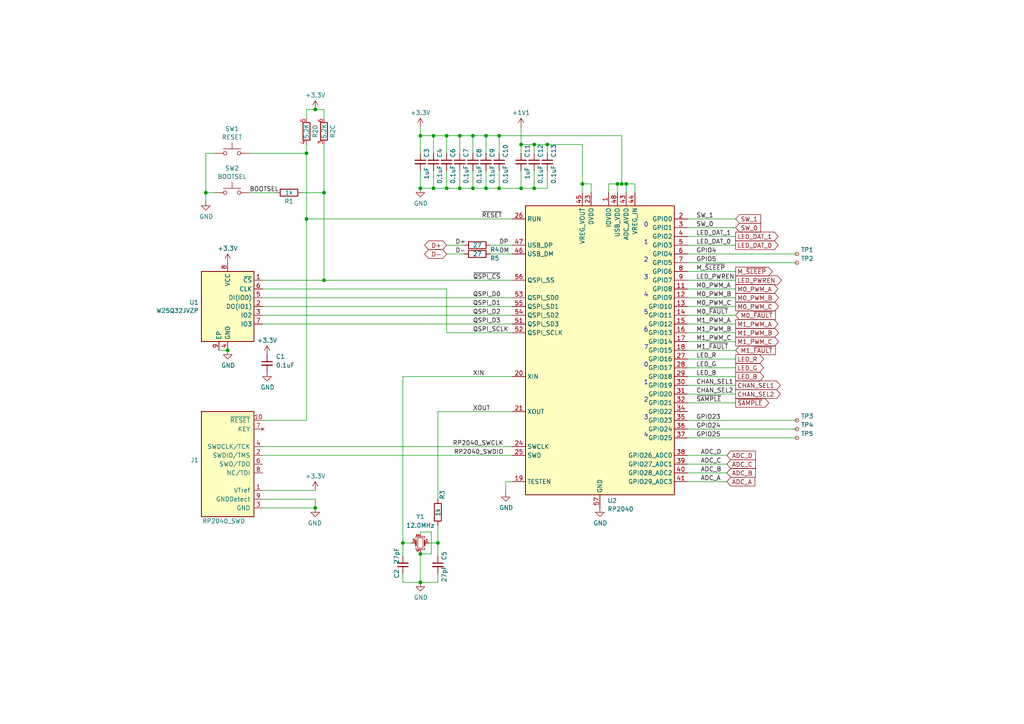
<source format=kicad_sch>
(kicad_sch (version 20230121) (generator eeschema)
  (paper "A4")
  (lib_symbols
    (symbol "Cheetah:Conn_ARM_JTAG_SWD_10" (pin_names (offset 1.016))
      (property "Reference" "J" (at -2.54 16.51 0))
      (property "Value" "Conn_ARM_JTAG_SWD_10" (at -2.54 13.97 0))
      (symbol "Conn_ARM_JTAG_SWD_10_0_1"
        (rectangle (start -10.16 12.7) (end 5.08 -17.78) (stroke (width 0.254)) (fill (type background)))
      )
      (symbol "Conn_ARM_JTAG_SWD_10_1_1"
        (pin power_in line (at -12.7 -10.16 0) (length 2.54) (name "VTref") (number "1"))
        (pin open_collector line (at -12.7 10.16 0) (length 2.54) (name "~{RESET}") (number "10"))
        (pin bidirectional line (at -12.7 0 0) (length 2.54) (name "SWDIO/TMS") (number "2"))
        (pin power_in line (at -12.7 -15.24 0) (length 2.54) (name "GND") (number "3"))
        (pin output line (at -12.7 2.54 0) (length 2.54) (name "SWDCLK/TCK") (number "4"))
        (pin passive line (at -12.7 -15.24 0) (length 2.54) hide (name "GND") (number "5"))
        (pin input line (at -12.7 -2.54 0) (length 2.54) (name "SWO/TDO") (number "6"))
        (pin no_connect line (at -12.7 7.62 0) (length 2.54) (name "KEY") (number "7"))
        (pin output line (at -12.7 -5.08 0) (length 2.54) (name "NC/TDI") (number "8"))
        (pin passive line (at -12.7 -12.7 0) (length 2.54) (name "GNDDetect") (number "9"))
      )
    )
    (symbol "Connector:TestPoint_Small" (pin_numbers hide) (pin_names (offset 0.762) hide)
      (property "Reference" "TP" (at 0 3.81 0))
      (property "Value" "TestPoint_Small" (at 0 2.032 0))
      (symbol "TestPoint_Small_0_1"
        (circle (center 0 0) (radius 0.508))
      )
      (symbol "TestPoint_Small_1_1"
        (pin passive line (at 0 0 90) (length 0) (name "1") (number "1"))
      )
    )
    (symbol "Device:C_Small" (pin_numbers hide) (pin_names (offset 0.254) hide)
      (property "Reference" "C" (at 0.254 1.778 0))
      (property "Value" "C_Small" (at 0.254 -2.032 0))
      (symbol "C_Small_0_1"
        (polyline (pts (xy -1.524 -0.508) (xy 1.524 -0.508)) (stroke (width 0.3302)))
        (polyline (pts (xy -1.524 0.508) (xy 1.524 0.508)) (stroke (width 0.3048)))
      )
      (symbol "C_Small_1_1"
        (pin passive line (at 0 2.54 270) (length 2.032) (name "~") (number "1"))
        (pin passive line (at 0 -2.54 90) (length 2.032) (name "~") (number "2"))
      )
    )
    (symbol "Device:Crystal_GND24_Small" (pin_names (offset 1.016) hide)
      (property "Reference" "Y" (at 1.27 4.445 0))
      (property "Value" "Crystal_GND24_Small" (at 1.27 2.54 0))
      (symbol "Crystal_GND24_Small_0_1"
        (rectangle (start -0.762 -1.524) (end 0.762 1.524))
        (polyline (pts (xy -1.27 -0.762) (xy -1.27 0.762)) (stroke (width 0.381)))
        (polyline (pts (xy 1.27 -0.762) (xy 1.27 0.762)) (stroke (width 0.381)))
        (polyline (pts (xy -1.27 -1.27) (xy -1.27 -1.905) (xy 1.27 -1.905) (xy 1.27 -1.27)))
        (polyline (pts (xy -1.27 1.27) (xy -1.27 1.905) (xy 1.27 1.905) (xy 1.27 1.27)))
      )
      (symbol "Crystal_GND24_Small_1_1"
        (pin passive line (at -2.54 0 0) (length 1.27) (name "1") (number "1"))
        (pin passive line (at 0 -2.54 90) (length 0.635) (name "2") (number "2"))
        (pin passive line (at 2.54 0 180) (length 1.27) (name "3") (number "3"))
        (pin passive line (at 0 2.54 270) (length 0.635) (name "4") (number "4"))
      )
    )
    (symbol "Device:R" (pin_numbers hide) (pin_names (offset 0))
      (property "Reference" "R" (at 2.032 0 90))
      (property "Value" "R" (at 0 0 90))
      (symbol "R_0_1"
        (rectangle (start -1.016 -2.54) (end 1.016 2.54) (stroke (width 0.254)))
      )
      (symbol "R_1_1"
        (pin passive line (at 0 3.81 270) (length 1.27) (name "~") (number "1"))
        (pin passive line (at 0 -3.81 90) (length 1.27) (name "~") (number "2"))
      )
    )
    (symbol "Device:R_Pack04_Split" (pin_names (offset 0) hide)
      (property "Reference" "RN" (at 2.032 0 90))
      (property "Value" "R_Pack04_Split" (at 0 0 90))
      (symbol "R_Pack04_Split_0_1"
        (rectangle (start 1.016 2.54) (end -1.016 -2.54) (stroke (width 0.254)))
      )
      (symbol "R_Pack04_Split_1_1"
        (pin passive line (at 0 -3.81 90) (length 1.27) (name "R1.1") (number "1"))
        (pin passive line (at 0 3.81 270) (length 1.27) (name "R1.2") (number "8"))
      )
      (symbol "R_Pack04_Split_2_1"
        (pin passive line (at 0 -3.81 90) (length 1.27) (name "R2.1") (number "2"))
        (pin passive line (at 0 3.81 270) (length 1.27) (name "R2.2") (number "7"))
      )
      (symbol "R_Pack04_Split_3_1"
        (pin passive line (at 0 -3.81 90) (length 1.27) (name "R3.1") (number "3"))
        (pin passive line (at 0 3.81 270) (length 1.27) (name "R3.2") (number "6"))
      )
      (symbol "R_Pack04_Split_4_1"
        (pin passive line (at 0 -3.81 90) (length 1.27) (name "R4.1") (number "4"))
        (pin passive line (at 0 3.81 270) (length 1.27) (name "R4.2") (number "5"))
      )
    )
    (symbol "MCU_RaspberryPi:RP2040"
      (property "Reference" "U" (at 17.78 45.72 0))
      (property "Value" "RP2040" (at 17.78 43.18 0))
      (symbol "RP2040_0_1"
        (rectangle (start -21.59 41.91) (end 21.59 -41.91) (stroke (width 0.254)) (fill (type background)))
      )
      (symbol "RP2040_1_1"
        (pin power_in line (at 2.54 45.72 270) (length 3.81) (name "IOVDD") (number "1"))
        (pin passive line (at 2.54 45.72 270) (length 3.81) hide (name "IOVDD") (number "10"))
        (pin bidirectional line (at 25.4 17.78 180) (length 3.81) (name "GPIO8") (number "11"))
        (pin bidirectional line (at 25.4 15.24 180) (length 3.81) (name "GPIO9") (number "12"))
        (pin bidirectional line (at 25.4 12.7 180) (length 3.81) (name "GPIO10") (number "13"))
        (pin bidirectional line (at 25.4 10.16 180) (length 3.81) (name "GPIO11") (number "14"))
        (pin bidirectional line (at 25.4 7.62 180) (length 3.81) (name "GPIO12") (number "15"))
        (pin bidirectional line (at 25.4 5.08 180) (length 3.81) (name "GPIO13") (number "16"))
        (pin bidirectional line (at 25.4 2.54 180) (length 3.81) (name "GPIO14") (number "17"))
        (pin bidirectional line (at 25.4 0 180) (length 3.81) (name "GPIO15") (number "18"))
        (pin input line (at -25.4 -38.1 0) (length 3.81) (name "TESTEN") (number "19"))
        (pin bidirectional line (at 25.4 38.1 180) (length 3.81) (name "GPIO0") (number "2"))
        (pin input line (at -25.4 -7.62 0) (length 3.81) (name "XIN") (number "20"))
        (pin passive line (at -25.4 -17.78 0) (length 3.81) (name "XOUT") (number "21"))
        (pin passive line (at 2.54 45.72 270) (length 3.81) hide (name "IOVDD") (number "22"))
        (pin power_in line (at -2.54 45.72 270) (length 3.81) (name "DVDD") (number "23"))
        (pin input line (at -25.4 -27.94 0) (length 3.81) (name "SWCLK") (number "24"))
        (pin bidirectional line (at -25.4 -30.48 0) (length 3.81) (name "SWD") (number "25"))
        (pin input line (at -25.4 38.1 0) (length 3.81) (name "RUN") (number "26"))
        (pin bidirectional line (at 25.4 -2.54 180) (length 3.81) (name "GPIO16") (number "27"))
        (pin bidirectional line (at 25.4 -5.08 180) (length 3.81) (name "GPIO17") (number "28"))
        (pin bidirectional line (at 25.4 -7.62 180) (length 3.81) (name "GPIO18") (number "29"))
        (pin bidirectional line (at 25.4 35.56 180) (length 3.81) (name "GPIO1") (number "3"))
        (pin bidirectional line (at 25.4 -10.16 180) (length 3.81) (name "GPIO19") (number "30"))
        (pin bidirectional line (at 25.4 -12.7 180) (length 3.81) (name "GPIO20") (number "31"))
        (pin bidirectional line (at 25.4 -15.24 180) (length 3.81) (name "GPIO21") (number "32"))
        (pin passive line (at 2.54 45.72 270) (length 3.81) hide (name "IOVDD") (number "33"))
        (pin bidirectional line (at 25.4 -17.78 180) (length 3.81) (name "GPIO22") (number "34"))
        (pin bidirectional line (at 25.4 -20.32 180) (length 3.81) (name "GPIO23") (number "35"))
        (pin bidirectional line (at 25.4 -22.86 180) (length 3.81) (name "GPIO24") (number "36"))
        (pin bidirectional line (at 25.4 -25.4 180) (length 3.81) (name "GPIO25") (number "37"))
        (pin bidirectional line (at 25.4 -30.48 180) (length 3.81) (name "GPIO26_ADC0") (number "38"))
        (pin bidirectional line (at 25.4 -33.02 180) (length 3.81) (name "GPIO27_ADC1") (number "39"))
        (pin bidirectional line (at 25.4 33.02 180) (length 3.81) (name "GPIO2") (number "4"))
        (pin bidirectional line (at 25.4 -35.56 180) (length 3.81) (name "GPIO28_ADC2") (number "40"))
        (pin bidirectional line (at 25.4 -38.1 180) (length 3.81) (name "GPIO29_ADC3") (number "41"))
        (pin passive line (at 2.54 45.72 270) (length 3.81) hide (name "IOVDD") (number "42"))
        (pin power_in line (at 7.62 45.72 270) (length 3.81) (name "ADC_AVDD") (number "43"))
        (pin power_in line (at 10.16 45.72 270) (length 3.81) (name "VREG_IN") (number "44"))
        (pin power_out line (at -5.08 45.72 270) (length 3.81) (name "VREG_VOUT") (number "45"))
        (pin bidirectional line (at -25.4 27.94 0) (length 3.81) (name "USB_DM") (number "46"))
        (pin bidirectional line (at -25.4 30.48 0) (length 3.81) (name "USB_DP") (number "47"))
        (pin power_in line (at 5.08 45.72 270) (length 3.81) (name "USB_VDD") (number "48"))
        (pin passive line (at 2.54 45.72 270) (length 3.81) hide (name "IOVDD") (number "49"))
        (pin bidirectional line (at 25.4 30.48 180) (length 3.81) (name "GPIO3") (number "5"))
        (pin passive line (at -2.54 45.72 270) (length 3.81) hide (name "DVDD") (number "50"))
        (pin bidirectional line (at -25.4 7.62 0) (length 3.81) (name "QSPI_SD3") (number "51"))
        (pin output line (at -25.4 5.08 0) (length 3.81) (name "QSPI_SCLK") (number "52"))
        (pin bidirectional line (at -25.4 15.24 0) (length 3.81) (name "QSPI_SD0") (number "53"))
        (pin bidirectional line (at -25.4 10.16 0) (length 3.81) (name "QSPI_SD2") (number "54"))
        (pin bidirectional line (at -25.4 12.7 0) (length 3.81) (name "QSPI_SD1") (number "55"))
        (pin bidirectional line (at -25.4 20.32 0) (length 3.81) (name "QSPI_SS") (number "56"))
        (pin power_in line (at 0 -45.72 90) (length 3.81) (name "GND") (number "57"))
        (pin bidirectional line (at 25.4 27.94 180) (length 3.81) (name "GPIO4") (number "6"))
        (pin bidirectional line (at 25.4 25.4 180) (length 3.81) (name "GPIO5") (number "7"))
        (pin bidirectional line (at 25.4 22.86 180) (length 3.81) (name "GPIO6") (number "8"))
        (pin bidirectional line (at 25.4 20.32 180) (length 3.81) (name "GPIO7") (number "9"))
      )
    )
    (symbol "Memory_Flash:W25Q32JVZP"
      (property "Reference" "U" (at -6.35 11.43 0))
      (property "Value" "W25Q32JVZP" (at 7.62 11.43 0))
      (symbol "W25Q32JVZP_0_1"
        (rectangle (start -7.62 10.16) (end 7.62 -10.16) (stroke (width 0.254)) (fill (type background)))
      )
      (symbol "W25Q32JVZP_1_1"
        (pin input line (at -10.16 7.62 0) (length 2.54) (name "~{CS}") (number "1"))
        (pin bidirectional line (at -10.16 0 0) (length 2.54) (name "DO(IO1)") (number "2"))
        (pin bidirectional line (at -10.16 -2.54 0) (length 2.54) (name "IO2") (number "3"))
        (pin power_in line (at 0 -12.7 90) (length 2.54) (name "GND") (number "4"))
        (pin bidirectional line (at -10.16 2.54 0) (length 2.54) (name "DI(IO0)") (number "5"))
        (pin input line (at -10.16 5.08 0) (length 2.54) (name "CLK") (number "6"))
        (pin bidirectional line (at -10.16 -5.08 0) (length 2.54) (name "IO3") (number "7"))
        (pin power_in line (at 0 12.7 270) (length 2.54) (name "VCC") (number "8"))
        (pin passive line (at 2.54 -12.7 90) (length 2.54) (name "EP") (number "9"))
      )
    )
    (symbol "Switch:SW_Push" (pin_numbers hide) (pin_names (offset 1.016) hide)
      (property "Reference" "SW" (at 1.27 2.54 0))
      (property "Value" "SW_Push" (at 0 -1.524 0))
      (symbol "SW_Push_0_1"
        (circle (center -2.032 0) (radius 0.508))
        (polyline (pts (xy 0 1.27) (xy 0 3.048)))
        (polyline (pts (xy 2.54 1.27) (xy -2.54 1.27)))
        (circle (center 2.032 0) (radius 0.508))
        (pin passive line (at -5.08 0 0) (length 2.54) (name "1") (number "1"))
        (pin passive line (at 5.08 0 180) (length 2.54) (name "2") (number "2"))
      )
    )
    (symbol "power:+1V1" (power) (pin_names (offset 0))
      (property "Value" "+1V1" (at 0 3.556 0))
      (symbol "+1V1_0_1"
        (polyline (pts (xy -0.762 1.27) (xy 0 2.54)))
        (polyline (pts (xy 0 0) (xy 0 2.54)))
        (polyline (pts (xy 0 2.54) (xy 0.762 1.27)))
      )
      (symbol "+1V1_1_1"
        (pin power_in line (at 0 0 90) (length 0) hide (name "+1V1") (number "1"))
      )
    )
    (symbol "power:+3.3V" (power) (pin_names (offset 0))
      (property "Value" "+3.3V" (at 0 3.556 0))
      (symbol "+3.3V_0_1"
        (polyline (pts (xy -0.762 1.27) (xy 0 2.54)))
        (polyline (pts (xy 0 0) (xy 0 2.54)))
        (polyline (pts (xy 0 2.54) (xy 0.762 1.27)))
      )
      (symbol "+3.3V_1_1"
        (pin power_in line (at 0 0 90) (length 0) hide (name "+3.3V") (number "1"))
      )
    )
    (symbol "power:GND" (power) (pin_names (offset 0))
      (property "Value" "GND" (at 0 -3.81 0))
      (symbol "GND_0_1"
        (polyline (pts (xy 0 0) (xy 0 -1.27) (xy 1.27 -1.27) (xy 0 -2.54) (xy -1.27 -1.27) (xy 0 -1.27)))
      )
      (symbol "GND_1_1"
        (pin power_in line (at 0 0 270) (length 0) hide (name "GND") (number "1"))
      )
    )
  )
  (junction (at 125.73 54.61))
  (junction (at 168.91 53.34))
  (junction (at 158.75 41.91))
  (junction (at 154.94 41.91))
  (junction (at 121.92 54.61))
  (junction (at 121.92 168.91))
  (junction (at 125.73 39.37))
  (junction (at 121.92 39.37))
  (junction (at 144.78 39.37))
  (junction (at 91.44 147.32))
  (junction (at 140.97 54.61))
  (junction (at 137.16 39.37))
  (junction (at 127 157.48))
  (junction (at 180.34 53.34))
  (junction (at 129.54 39.37))
  (junction (at 93.98 81.28))
  (junction (at 133.35 39.37))
  (junction (at 66.04 101.6))
  (junction (at 88.9 44.45))
  (junction (at 129.54 54.61))
  (junction (at 116.84 157.48))
  (junction (at 137.16 54.61))
  (junction (at 179.07 53.34))
  (junction (at 151.13 41.91))
  (junction (at 151.13 54.61))
  (junction (at 121.92 160.655))
  (junction (at 154.94 54.61))
  (junction (at 91.44 31.75))
  (junction (at 88.9 63.5))
  (junction (at 59.69 55.88))
  (junction (at 144.78 54.61))
  (junction (at 93.98 55.88))
  (junction (at 140.97 39.37))
  (junction (at 181.61 53.34))
  (junction (at 133.35 54.61))
  (wire (pts (xy 133.35 49.53) (xy 133.35 54.61)))
  (wire (pts (xy 179.07 53.34) (xy 176.53 53.34)))
  (wire (pts (xy 129.54 71.12) (xy 134.62 71.12)))
  (wire (pts (xy 127 152.4) (xy 127 157.48)))
  (wire (pts (xy 213.36 83.82) (xy 199.39 83.82)))
  (wire (pts (xy 116.84 161.29) (xy 116.84 157.48)))
  (wire (pts (xy 142.24 73.66) (xy 148.59 73.66)))
  (wire (pts (xy 93.98 55.88) (xy 93.98 81.28)))
  (wire (pts (xy 121.92 54.61) (xy 125.73 54.61)))
  (wire (pts (xy 199.39 106.68) (xy 213.36 106.68)))
  (wire (pts (xy 87.63 55.88) (xy 93.98 55.88)))
  (wire (pts (xy 154.94 54.61) (xy 151.13 54.61)))
  (wire (pts (xy 213.36 81.28) (xy 199.39 81.28)))
  (wire (pts (xy 148.59 96.52) (xy 129.54 96.52)))
  (wire (pts (xy 129.54 83.82) (xy 76.2 83.82)))
  (wire (pts (xy 88.9 41.91) (xy 88.9 44.45)))
  (wire (pts (xy 213.36 101.6) (xy 199.39 101.6)))
  (wire (pts (xy 213.36 93.98) (xy 199.39 93.98)))
  (wire (pts (xy 199.39 134.62) (xy 210.82 134.62)))
  (wire (pts (xy 199.39 76.2) (xy 231.14 76.2)))
  (wire (pts (xy 213.36 99.06) (xy 199.39 99.06)))
  (wire (pts (xy 93.98 31.75) (xy 93.98 34.29)))
  (wire (pts (xy 158.75 49.53) (xy 158.75 54.61)))
  (wire (pts (xy 62.23 55.88) (xy 59.69 55.88)))
  (wire (pts (xy 116.84 109.22) (xy 116.84 157.48)))
  (wire (pts (xy 63.5 101.6) (xy 66.04 101.6)))
  (wire (pts (xy 59.69 44.45) (xy 62.23 44.45)))
  (wire (pts (xy 140.97 49.53) (xy 140.97 54.61)))
  (wire (pts (xy 154.94 44.45) (xy 154.94 41.91)))
  (wire (pts (xy 133.35 39.37) (xy 133.35 44.45)))
  (wire (pts (xy 140.97 39.37) (xy 140.97 44.45)))
  (wire (pts (xy 59.69 44.45) (xy 59.69 55.88)))
  (wire (pts (xy 199.39 104.14) (xy 213.36 104.14)))
  (wire (pts (xy 72.39 55.88) (xy 80.01 55.88)))
  (wire (pts (xy 59.69 58.42) (xy 59.69 55.88)))
  (wire (pts (xy 213.36 78.74) (xy 199.39 78.74)))
  (wire (pts (xy 158.75 54.61) (xy 154.94 54.61)))
  (wire (pts (xy 137.16 54.61) (xy 133.35 54.61)))
  (wire (pts (xy 121.92 39.37) (xy 121.92 44.45)))
  (wire (pts (xy 121.92 154.305) (xy 121.92 154.94)))
  (wire (pts (xy 133.35 39.37) (xy 129.54 39.37)))
  (wire (pts (xy 121.92 160.655) (xy 121.92 160.02)))
  (wire (pts (xy 76.2 93.98) (xy 148.59 93.98)))
  (wire (pts (xy 76.2 81.28) (xy 93.98 81.28)))
  (wire (pts (xy 151.13 41.91) (xy 151.13 44.45)))
  (wire (pts (xy 151.13 54.61) (xy 144.78 54.61)))
  (wire (pts (xy 137.16 49.53) (xy 137.16 54.61)))
  (wire (pts (xy 213.36 86.36) (xy 199.39 86.36)))
  (wire (pts (xy 199.39 132.08) (xy 210.82 132.08)))
  (wire (pts (xy 121.92 36.83) (xy 121.92 39.37)))
  (wire (pts (xy 213.36 96.52) (xy 199.39 96.52)))
  (wire (pts (xy 91.44 147.32) (xy 91.44 144.78)))
  (wire (pts (xy 124.46 157.48) (xy 127 157.48)))
  (wire (pts (xy 76.2 121.92) (xy 88.9 121.92)))
  (wire (pts (xy 121.92 168.91) (xy 127 168.91)))
  (wire (pts (xy 181.61 53.34) (xy 181.61 55.88)))
  (wire (pts (xy 176.53 53.34) (xy 176.53 55.88)))
  (wire (pts (xy 171.45 53.34) (xy 171.45 55.88)))
  (wire (pts (xy 199.39 63.5) (xy 213.36 63.5)))
  (wire (pts (xy 144.78 49.53) (xy 144.78 54.61)))
  (wire (pts (xy 129.54 96.52) (xy 129.54 83.82)))
  (wire (pts (xy 88.9 34.29) (xy 88.9 31.75)))
  (wire (pts (xy 116.84 109.22) (xy 148.59 109.22)))
  (wire (pts (xy 119.38 157.48) (xy 116.84 157.48)))
  (wire (pts (xy 199.39 71.12) (xy 213.36 71.12)))
  (wire (pts (xy 76.2 88.9) (xy 148.59 88.9)))
  (wire (pts (xy 137.16 39.37) (xy 137.16 44.45)))
  (wire (pts (xy 76.2 91.44) (xy 148.59 91.44)))
  (wire (pts (xy 213.36 91.44) (xy 199.39 91.44)))
  (wire (pts (xy 148.59 63.5) (xy 88.9 63.5)))
  (wire (pts (xy 180.34 39.37) (xy 144.78 39.37)))
  (wire (pts (xy 129.54 39.37) (xy 129.54 44.45)))
  (wire (pts (xy 180.34 53.34) (xy 180.34 39.37)))
  (wire (pts (xy 199.39 137.16) (xy 210.82 137.16)))
  (wire (pts (xy 127 119.38) (xy 148.59 119.38)))
  (wire (pts (xy 144.78 39.37) (xy 140.97 39.37)))
  (wire (pts (xy 127 161.29) (xy 127 157.48)))
  (wire (pts (xy 116.84 168.91) (xy 121.92 168.91)))
  (wire (pts (xy 88.9 121.92) (xy 88.9 63.5)))
  (wire (pts (xy 181.61 53.34) (xy 184.15 53.34)))
  (wire (pts (xy 168.91 53.34) (xy 168.91 41.91)))
  (wire (pts (xy 144.78 54.61) (xy 140.97 54.61)))
  (wire (pts (xy 91.44 144.78) (xy 76.2 144.78)))
  (wire (pts (xy 129.54 39.37) (xy 125.73 39.37)))
  (wire (pts (xy 93.98 41.91) (xy 93.98 55.88)))
  (wire (pts (xy 137.16 39.37) (xy 133.35 39.37)))
  (wire (pts (xy 125.095 154.305) (xy 125.095 160.655)))
  (wire (pts (xy 72.39 44.45) (xy 88.9 44.45)))
  (wire (pts (xy 146.685 139.7) (xy 146.685 142.875)))
  (wire (pts (xy 93.98 81.28) (xy 148.59 81.28)))
  (wire (pts (xy 88.9 31.75) (xy 91.44 31.75)))
  (wire (pts (xy 91.44 31.75) (xy 93.98 31.75)))
  (wire (pts (xy 88.9 63.5) (xy 88.9 44.45)))
  (wire (pts (xy 199.39 109.22) (xy 213.36 109.22)))
  (wire (pts (xy 140.97 39.37) (xy 137.16 39.37)))
  (wire (pts (xy 127 168.91) (xy 127 166.37)))
  (wire (pts (xy 199.39 66.04) (xy 213.36 66.04)))
  (wire (pts (xy 199.39 68.58) (xy 213.36 68.58)))
  (wire (pts (xy 168.91 53.34) (xy 168.91 55.88)))
  (wire (pts (xy 76.2 132.08) (xy 148.59 132.08)))
  (wire (pts (xy 129.54 49.53) (xy 129.54 54.61)))
  (wire (pts (xy 125.095 160.655) (xy 121.92 160.655)))
  (wire (pts (xy 199.39 73.66) (xy 231.14 73.66)))
  (wire (pts (xy 121.92 154.305) (xy 125.095 154.305)))
  (wire (pts (xy 127 119.38) (xy 127 144.78)))
  (wire (pts (xy 121.92 160.655) (xy 121.92 168.91)))
  (wire (pts (xy 168.91 53.34) (xy 171.45 53.34)))
  (wire (pts (xy 76.2 142.24) (xy 91.44 142.24)))
  (wire (pts (xy 213.36 116.84) (xy 199.39 116.84)))
  (wire (pts (xy 199.39 121.92) (xy 231.14 121.92)))
  (wire (pts (xy 148.59 139.7) (xy 146.685 139.7)))
  (wire (pts (xy 151.13 49.53) (xy 151.13 54.61)))
  (wire (pts (xy 180.34 53.34) (xy 181.61 53.34)))
  (wire (pts (xy 125.73 39.37) (xy 125.73 44.45)))
  (wire (pts (xy 199.39 124.46) (xy 231.14 124.46)))
  (wire (pts (xy 213.36 88.9) (xy 199.39 88.9)))
  (wire (pts (xy 179.07 53.34) (xy 179.07 55.88)))
  (wire (pts (xy 140.97 54.61) (xy 137.16 54.61)))
  (wire (pts (xy 158.75 41.91) (xy 168.91 41.91)))
  (wire (pts (xy 213.36 111.76) (xy 199.39 111.76)))
  (wire (pts (xy 179.07 53.34) (xy 180.34 53.34)))
  (wire (pts (xy 199.39 139.7) (xy 210.82 139.7)))
  (wire (pts (xy 129.54 54.61) (xy 125.73 54.61)))
  (wire (pts (xy 121.92 49.53) (xy 121.92 54.61)))
  (wire (pts (xy 144.78 39.37) (xy 144.78 44.45)))
  (wire (pts (xy 116.84 166.37) (xy 116.84 168.91)))
  (wire (pts (xy 121.92 39.37) (xy 125.73 39.37)))
  (wire (pts (xy 133.35 54.61) (xy 129.54 54.61)))
  (wire (pts (xy 158.75 44.45) (xy 158.75 41.91)))
  (wire (pts (xy 154.94 49.53) (xy 154.94 54.61)))
  (wire (pts (xy 213.36 114.3) (xy 199.39 114.3)))
  (wire (pts (xy 142.24 71.12) (xy 148.59 71.12)))
  (wire (pts (xy 129.54 73.66) (xy 134.62 73.66)))
  (wire (pts (xy 125.73 49.53) (xy 125.73 54.61)))
  (wire (pts (xy 199.39 127) (xy 231.14 127)))
  (wire (pts (xy 76.2 147.32) (xy 91.44 147.32)))
  (wire (pts (xy 76.2 86.36) (xy 148.59 86.36)))
  (wire (pts (xy 154.94 41.91) (xy 151.13 41.91)))
  (wire (pts (xy 76.2 129.54) (xy 148.59 129.54)))
  (wire (pts (xy 184.15 53.34) (xy 184.15 55.88)))
  (wire (pts (xy 151.13 36.83) (xy 151.13 41.91)))
  (wire (pts (xy 158.75 41.91) (xy 154.94 41.91)))
  (text "0" (at 186.69 66.04 0) (effects (font (size 1.27 1.27)) (justify left bottom)))
  (text "4" (at 186.69 127 0) (effects (font (size 1.27 1.27)) (justify left bottom)))
  (text "6" (at 186.69 96.52 0) (effects (font (size 1.27 1.27)) (justify left bottom)))
  (text "0" (at 186.69 106.68 0) (effects (font (size 1.27 1.27)) (justify left bottom)))
  (text "5" (at 186.69 91.44 0) (effects (font (size 1.27 1.27)) (justify left bottom)))
  (text "1" (at 186.69 111.76 0) (effects (font (size 1.27 1.27)) (justify left bottom)))
  (text "1" (at 186.69 71.12 0) (effects (font (size 1.27 1.27)) (justify left bottom)))
  (text "2" (at 186.69 116.84 0) (effects (font (size 1.27 1.27)) (justify left bottom)))
  (text "3" (at 186.69 121.92 0) (effects (font (size 1.27 1.27)) (justify left bottom)))
  (text "3" (at 186.69 81.28 0) (effects (font (size 1.27 1.27)) (justify left bottom)))
  (text "7" (at 186.69 101.6 0) (effects (font (size 1.27 1.27)) (justify left bottom)))
  (text "2" (at 186.69 76.2 0) (effects (font (size 1.27 1.27)) (justify left bottom)))
  (text "4" (at 186.69 86.36 0) (effects (font (size 1.27 1.27)) (justify left bottom)))
  (label "QSPI_SCLK" (at 137.16 96.52 0))
  (label "GPIO24" (at 201.93 124.46 0))
  (label "QSPI_D3" (at 137.16 93.98 0))
  (label "LED_PWREN" (at 201.93 81.28 0))
  (label "CHAN_SEL2" (at 201.93 114.3 0))
  (label "ADC_C" (at 203.2 134.62 0))
  (label "LED_G" (at 201.93 106.68 0))
  (label "ADC_B" (at 203.2 137.16 0))
  (label "LED_DAT_1" (at 201.93 68.58 0))
  (label "M_~{SLEEP}" (at 201.93 78.74 0))
  (label "ADC_D" (at 203.2 132.08 0))
  (label "~{QSPI_CS}" (at 137.16 81.28 0))
  (label "SW_0" (at 201.93 66.04 0))
  (label "~{SAMPLE}" (at 201.93 116.84 0))
  (label "GPIO4" (at 201.93 73.66 0))
  (label "GPIO23" (at 201.93 121.92 0))
  (label "QSPI_D0" (at 137.16 86.36 0))
  (label "CHAN_SEL1" (at 201.93 111.76 0))
  (label "M1_PWM_C" (at 201.93 99.06 0))
  (label "D+" (at 132.08 71.12 0))
  (label "BOOTSEL" (at 72.39 55.88 0))
  (label "GPIO5" (at 201.93 76.2 0))
  (label "QSPI_D1" (at 137.16 88.9 0))
  (label "M1_PWM_B" (at 201.93 96.52 0))
  (label "DM" (at 144.78 73.66 0))
  (label "~{RESET}" (at 139.7 63.5 0))
  (label "D-" (at 132.08 73.66 0))
  (label "RP2040_SWCLK" (at 146.05 129.54 180))
  (label "LED_DAT_0" (at 201.93 71.12 0))
  (label "M0_~{FAULT}" (at 201.93 91.44 0))
  (label "M0_PWM_A" (at 201.93 83.82 0))
  (label "QSPI_D2" (at 137.16 91.44 0))
  (label "GPIO25" (at 201.93 127 0))
  (label "LED_B" (at 201.93 109.22 0))
  (label "XOUT" (at 137.16 119.38 0))
  (label "ADC_A" (at 203.2 139.7 0))
  (label "M1_~{FAULT}" (at 201.93 101.6 0))
  (label "RP2040_SWDIO" (at 146.05 132.08 180))
  (label "DP" (at 144.78 71.12 0))
  (label "LED_R" (at 201.93 104.14 0))
  (label "M0_PWM_C" (at 201.93 88.9 0))
  (label "XIN" (at 137.16 109.22 0))
  (label "SW_1" (at 201.93 63.5 0))
  (label "M0_PWM_B" (at 201.93 86.36 0))
  (label "M1_PWM_A" (at 201.93 93.98 0))
  (global_label "D+" (shape bidirectional) (at 129.54 71.12 180) (property "Intersheetrefs" "${INTERSHEET_REFS}" (effects hide)))
  (global_label "CHAN_SEL1" (shape output) (at 213.36 111.76 0) (property "Intersheetrefs" "${INTERSHEET_REFS}" (effects hide)))
  (global_label "LED_G" (shape output) (at 213.36 106.68 0) (property "Intersheetrefs" "${INTERSHEET_REFS}" (effects hide)))
  (global_label "M0_PWM_C" (shape output) (at 213.36 88.9 0) (property "Intersheetrefs" "${INTERSHEET_REFS}" (effects hide)))
  (global_label "M1_PWM_A" (shape output) (at 213.36 93.98 0) (property "Intersheetrefs" "${INTERSHEET_REFS}" (effects hide)))
  (global_label "LED_DAT_0" (shape output) (at 213.36 71.12 0) (property "Intersheetrefs" "${INTERSHEET_REFS}" (effects hide)))
  (global_label "M1_PWM_B" (shape output) (at 213.36 96.52 0) (property "Intersheetrefs" "${INTERSHEET_REFS}" (effects hide)))
  (global_label "M0_PWM_B" (shape output) (at 213.36 86.36 0) (property "Intersheetrefs" "${INTERSHEET_REFS}" (effects hide)))
  (global_label "SW_1" (shape input) (at 213.36 63.5 0) (property "Intersheetrefs" "${INTERSHEET_REFS}" (effects hide)))
  (global_label "LED_PWREN" (shape output) (at 213.36 81.28 0) (property "Intersheetrefs" "${INTERSHEET_REFS}" (effects hide)))
  (global_label "ADC_B" (shape input) (at 210.82 137.16 0) (property "Intersheetrefs" "${INTERSHEET_REFS}" (effects hide)))
  (global_label "CHAN_SEL2" (shape output) (at 213.36 114.3 0) (property "Intersheetrefs" "${INTERSHEET_REFS}" (effects hide)))
  (global_label "M0_~{FAULT}" (shape input) (at 213.36 91.44 0) (property "Intersheetrefs" "${INTERSHEET_REFS}" (effects hide)))
  (global_label "D-" (shape bidirectional) (at 129.54 73.66 180) (property "Intersheetrefs" "${INTERSHEET_REFS}" (effects hide)))
  (global_label "M0_PWM_A" (shape output) (at 213.36 83.82 0) (property "Intersheetrefs" "${INTERSHEET_REFS}" (effects hide)))
  (global_label "LED_R" (shape output) (at 213.36 104.14 0) (property "Intersheetrefs" "${INTERSHEET_REFS}" (effects hide)))
  (global_label "M1_PWM_C" (shape output) (at 213.36 99.06 0) (property "Intersheetrefs" "${INTERSHEET_REFS}" (effects hide)))
  (global_label "LED_B" (shape output) (at 213.36 109.22 0) (property "Intersheetrefs" "${INTERSHEET_REFS}" (effects hide)))
  (global_label "M_~{SLEEP}" (shape output) (at 213.36 78.74 0) (property "Intersheetrefs" "${INTERSHEET_REFS}" (effects hide)))
  (global_label "SW_0" (shape input) (at 213.36 66.04 0) (property "Intersheetrefs" "${INTERSHEET_REFS}" (effects hide)))
  (global_label "ADC_D" (shape input) (at 210.82 132.08 0) (property "Intersheetrefs" "${INTERSHEET_REFS}" (effects hide)))
  (global_label "LED_DAT_1" (shape output) (at 213.36 68.58 0) (property "Intersheetrefs" "${INTERSHEET_REFS}" (effects hide)))
  (global_label "~{SAMPLE}" (shape output) (at 213.36 116.84 0) (property "Intersheetrefs" "${INTERSHEET_REFS}" (effects hide)))
  (global_label "ADC_A" (shape input) (at 210.82 139.7 0) (property "Intersheetrefs" "${INTERSHEET_REFS}" (effects hide)))
  (global_label "M1_~{FAULT}" (shape input) (at 213.36 101.6 0) (property "Intersheetrefs" "${INTERSHEET_REFS}" (effects hide)))
  (global_label "ADC_C" (shape input) (at 210.82 134.62 0) (property "Intersheetrefs" "${INTERSHEET_REFS}" (effects hide)))
  (symbol (lib_id "Device:C_Small") (at 158.75 46.99 0) (unit 1)
    (property "Reference" "C13" (at 161.29 45.72 90) (effects (justify left bottom)))
    (property "Value" "0.1uF" (at 161.29 53.34 90) (effects (justify left bottom)))
    (property "Footprint" "Capacitor_SMD:C_0402_1005Metric" (effects hide))
    (property "Digikey" "1276-6844-1-ND" (effects hide))
  )
  (symbol (lib_id "power:GND") (at 91.44 147.32 0) (mirror y) (unit 1)
    (property "Reference" "#PWR08" (effects hide))
    (property "Value" "GND" (at 91.313 151.7142 0))
  )
  (symbol (lib_id "power:GND") (at 121.92 54.61 0) (unit 1)
    (property "Reference" "#PWR010" (effects hide))
    (property "Value" "GND" (at 122.047 59.0042 0))
  )
  (symbol (lib_id "Device:C_Small") (at 133.35 46.99 0) (unit 1)
    (property "Reference" "C7" (at 135.89 45.72 90) (effects (justify left bottom)))
    (property "Value" "0.1uF" (at 135.89 53.34 90) (effects (justify left bottom)))
    (property "Footprint" "Capacitor_SMD:C_0402_1005Metric" (effects hide))
    (property "Digikey" "1276-6844-1-ND" (effects hide))
  )
  (symbol (lib_id "Device:C_Small") (at 116.84 163.83 180) (unit 1)
    (property "Reference" "C2" (at 114.3 165.1 90) (effects (justify left bottom)))
    (property "Value" "27pF" (at 114.3 158.75 90) (effects (justify left bottom)))
    (property "Footprint" "Capacitor_SMD:C_0402_1005Metric" (effects hide))
    (property "Digikey" "490-12651-1-ND " (effects hide))
  )
  (symbol (lib_id "Device:Crystal_GND24_Small") (at 121.92 157.48 180) (unit 1)
    (property "Reference" "Y1" (at 121.92 149.86 0))
    (property "Value" "12.0MHz" (at 121.92 152.4 0))
    (property "Footprint" "Crystal:Crystal_SMD_SeikoEpson_TSX3225-4Pin_3.2x2.5mm" (effects hide))
    (property "Digikey" "RH100-12.000-18-2020-EXT-TR" (effects hide))
  )
  (symbol (lib_id "Connector:TestPoint_Small") (at 231.14 73.66 0) (unit 1)
    (property "Reference" "TP1" (at 232.283 72.4479 0) (effects (justify left)))
    (property "Value" "TestPoint_Small" (effects hide))
    (property "Footprint" "Cheetah:TestPoint_THTPad_D0.6mm_Drill0.4mm" (effects hide))
  )
  (symbol (lib_id "Device:C_Small") (at 121.92 46.99 0) (unit 1)
    (property "Reference" "C3" (at 124.46 45.72 90) (effects (justify left bottom)))
    (property "Value" "1uF" (at 124.46 52.07 90) (effects (justify left bottom)))
    (property "Footprint" "Capacitor_SMD:C_0603_1608Metric" (effects hide))
    (property "Digikey" "587-3467-1-ND" (effects hide))
  )
  (symbol (lib_id "power:+3.3V") (at 121.92 36.83 0) (unit 1)
    (property "Reference" "#PWR09" (effects hide))
    (property "Value" "+3.3V" (at 121.92 32.6969 0))
  )
  (symbol (lib_id "power:+3.3V") (at 77.47 102.87 0) (unit 1)
    (property "Reference" "#PWR04" (effects hide))
    (property "Value" "+3.3V" (at 77.47 98.7369 0))
  )
  (symbol (lib_id "Device:R") (at 138.43 73.66 90) (unit 1)
    (property "Reference" "R5" (at 143.51 74.93 90))
    (property "Value" "27" (at 138.43 73.66 90))
    (property "Footprint" "Resistor_SMD:R_0402_1005Metric" (effects hide))
  )
  (symbol (lib_id "Device:C_Small") (at 127 163.83 0) (unit 1)
    (property "Reference" "C5" (at 129.54 162.56 90) (effects (justify left bottom)))
    (property "Value" "27pF" (at 129.54 168.91 90) (effects (justify left bottom)))
    (property "Footprint" "Capacitor_SMD:C_0402_1005Metric" (effects hide))
    (property "Digikey" "490-12651-1-ND " (effects hide))
  )
  (symbol (lib_id "power:GND") (at 77.47 107.95 0) (unit 1)
    (property "Reference" "#PWR05" (effects hide))
    (property "Value" "GND" (at 77.597 112.3442 0))
  )
  (symbol (lib_id "power:GND") (at 59.69 58.42 0) (unit 1)
    (property "Reference" "#PWR01" (effects hide))
    (property "Value" "GND" (at 59.817 62.8142 0))
  )
  (symbol (lib_id "Device:C_Small") (at 151.13 46.99 0) (unit 1)
    (property "Reference" "C11" (at 153.67 45.72 90) (effects (justify left bottom)))
    (property "Value" "1uF" (at 153.67 52.07 90) (effects (justify left bottom)))
    (property "Footprint" "Capacitor_SMD:C_0603_1608Metric" (effects hide))
    (property "Digikey" "587-3467-1-ND" (effects hide))
  )
  (symbol (lib_id "Device:R") (at 127 148.59 180) (unit 1)
    (property "Reference" "R3" (at 128.27 143.51 90))
    (property "Value" "1k" (at 127 148.59 90))
    (property "Footprint" "Resistor_SMD:R_0402_1005Metric" (effects hide))
  )
  (symbol (lib_id "Memory_Flash:W25Q32JVZP") (at 66.04 88.9 0) (mirror y) (unit 1)
    (property "Reference" "U1" (at 57.658 87.6879 0) (effects (justify left)))
    (property "Value" "W25Q32JVZP" (at 57.658 90.1121 0) (effects (justify left)))
    (property "Footprint" "Package_SON:WSON-8-1EP_6x5mm_P1.27mm_EP3.4x4.3mm" (effects hide))
    (property "Datasheet" "http://www.winbond.com/resource-files/w25q32jv%20revg%2003272018%20plus.pdf" (effects hide))
  )
  (symbol (lib_id "Switch:SW_Push") (at 67.31 44.45 0) (unit 1)
    (property "Reference" "SW1" (at 67.31 37.3847 0))
    (property "Value" "RESET" (at 67.31 39.8089 0))
    (property "Footprint" "Button_Switch_SMD:SW_Push_1P1T_NO_Vertical_Wuerth_434133025816" (effects hide))
    (property "digikey" "CKN12215-1-ND" (effects hide))
  )
  (symbol (lib_id "power:+3.3V") (at 91.44 142.24 0) (unit 1)
    (property "Reference" "#PWR07" (effects hide))
    (property "Value" "+3.3V" (at 91.44 138.1069 0))
  )
  (symbol (lib_id "Device:C_Small") (at 140.97 46.99 0) (unit 1)
    (property "Reference" "C9" (at 143.51 45.72 90) (effects (justify left bottom)))
    (property "Value" "0.1uF" (at 143.51 53.34 90) (effects (justify left bottom)))
    (property "Footprint" "Capacitor_SMD:C_0402_1005Metric" (effects hide))
    (property "Digikey" "1276-6844-1-ND" (effects hide))
  )
  (symbol (lib_id "Device:C_Small") (at 154.94 46.99 0) (unit 1)
    (property "Reference" "C12" (at 157.48 45.72 90) (effects (justify left bottom)))
    (property "Value" "0.1uF" (at 157.48 53.34 90) (effects (justify left bottom)))
    (property "Footprint" "Capacitor_SMD:C_0402_1005Metric" (effects hide))
    (property "Digikey" "1276-6844-1-ND" (effects hide))
  )
  (symbol (lib_id "Device:C_Small") (at 144.78 46.99 0) (unit 1)
    (property "Reference" "C10" (at 147.32 45.72 90) (effects (justify left bottom)))
    (property "Value" "0.1uF" (at 147.32 53.34 90) (effects (justify left bottom)))
    (property "Footprint" "Capacitor_SMD:C_0402_1005Metric" (effects hide))
    (property "Digikey" "1276-6844-1-ND" (effects hide))
  )
  (symbol (lib_id "power:+3.3V") (at 91.44 31.75 0) (unit 1)
    (property "Reference" "#PWR06" (effects hide))
    (property "Value" "+3.3V" (at 91.44 27.6169 0))
  )
  (symbol (lib_id "power:GND") (at 146.685 142.875 0) (unit 1)
    (property "Reference" "#PWR012" (effects hide))
    (property "Value" "GND" (at 146.812 147.2692 0))
  )
  (symbol (lib_id "Device:C_Small") (at 129.54 46.99 0) (unit 1)
    (property "Reference" "C6" (at 132.08 45.72 90) (effects (justify left bottom)))
    (property "Value" "0.1uF" (at 132.08 53.34 90) (effects (justify left bottom)))
    (property "Footprint" "Capacitor_SMD:C_0402_1005Metric" (effects hide))
    (property "Digikey" "1276-6844-1-ND" (effects hide))
  )
  (symbol (lib_id "power:+3.3V") (at 66.04 76.2 0) (unit 1)
    (property "Reference" "#PWR02" (effects hide))
    (property "Value" "+3.3V" (at 66.04 72.0669 0))
  )
  (symbol (lib_id "Device:C_Small") (at 77.47 105.41 0) (unit 1)
    (property "Reference" "C1" (at 80.01 104.14 0) (effects (justify left bottom)))
    (property "Value" "0.1uF" (at 80.01 106.68 0) (effects (justify left bottom)))
    (property "Footprint" "Capacitor_SMD:C_0402_1005Metric" (effects hide))
    (property "Digikey" "1276-6844-1-ND" (effects hide))
  )
  (symbol (lib_id "Device:R") (at 138.43 71.12 90) (unit 1)
    (property "Reference" "R4" (at 143.51 72.39 90))
    (property "Value" "27" (at 138.43 71.12 90))
    (property "Footprint" "Resistor_SMD:R_0402_1005Metric" (effects hide))
  )
  (symbol (lib_id "power:+1V1") (at 151.13 36.83 0) (unit 1)
    (property "Reference" "#PWR013" (effects hide))
    (property "Value" "+1V1" (at 151.13 32.6969 0))
  )
  (symbol (lib_id "Connector:TestPoint_Small") (at 231.14 76.2 0) (unit 1)
    (property "Reference" "TP2" (at 232.283 74.9879 0) (effects (justify left)))
    (property "Value" "TestPoint_Small" (effects hide))
    (property "Footprint" "Cheetah:TestPoint_THTPad_D0.6mm_Drill0.4mm" (effects hide))
  )
  (symbol (lib_id "power:GND") (at 121.92 168.91 0) (unit 1)
    (property "Reference" "#PWR011" (effects hide))
    (property "Value" "GND" (at 122.047 173.3042 0))
  )
  (symbol (lib_id "Device:R") (at 83.82 55.88 90) (unit 1)
    (property "Reference" "R1" (at 83.82 58.42 90))
    (property "Value" "1k" (at 83.82 55.88 90))
    (property "Footprint" "Resistor_SMD:R_0402_1005Metric" (effects hide))
  )
  (symbol (lib_id "Device:R_Pack04_Split") (at 88.9 38.1 0) (unit 4)
    (property "Reference" "R2" (at 91.44 38.1 90))
    (property "Value" "5.2K" (at 88.9 38.1 90))
    (property "Footprint" "Resistor_SMD:R_Array_Concave_4x0402" (effects hide))
  )
  (symbol (lib_id "Cheetah:Conn_ARM_JTAG_SWD_10") (at 63.5 132.08 0) (mirror y) (unit 1)
    (property "Reference" "J1" (at 57.658 133.4516 0) (effects (justify left)))
    (property "Value" "RP2040_SWD" (at 71.12 151.13 0) (effects (justify left)))
    (property "Datasheet" "http://infocenter.arm.com/help/topic/com.arm.doc.ddi0314h/DDI0314H_coresight_components_trm.pdf" (effects hide))
  )
  (symbol (lib_id "Device:R_Pack04_Split") (at 93.98 38.1 0) (unit 3)
    (property "Reference" "R2" (at 96.52 38.1 90))
    (property "Value" "5.2K" (at 93.98 38.1 90))
    (property "Footprint" "Resistor_SMD:R_Array_Concave_4x0402" (effects hide))
  )
  (symbol (lib_id "power:GND") (at 173.99 147.32 0) (unit 1)
    (property "Reference" "#PWR014" (effects hide))
    (property "Value" "GND" (at 174.117 151.7142 0))
  )
  (symbol (lib_id "MCU_RaspberryPi:RP2040") (at 173.99 101.6 0) (unit 1)
    (property "Reference" "U2" (at 176.1841 145.2301 0) (effects (justify left)))
    (property "Value" "RP2040" (at 176.1841 147.6543 0) (effects (justify left)))
    (property "Footprint" "Package_DFN_QFN:QFN-56-1EP_7x7mm_P0.4mm_EP3.2x3.2mm" (effects hide))
    (property "Datasheet" "https://datasheets.raspberrypi.com/rp2040/rp2040-datasheet.pdf" (effects hide))
  )
  (symbol (lib_id "Device:C_Small") (at 125.73 46.99 0) (unit 1)
    (property "Reference" "C4" (at 128.27 45.72 90) (effects (justify left bottom)))
    (property "Value" "0.1uF" (at 128.27 53.34 90) (effects (justify left bottom)))
    (property "Footprint" "Capacitor_SMD:C_0402_1005Metric" (effects hide))
    (property "Digikey" "1276-6844-1-ND" (effects hide))
  )
  (symbol (lib_id "Switch:SW_Push") (at 67.31 55.88 0) (unit 1)
    (property "Reference" "SW2" (at 67.31 48.8147 0))
    (property "Value" "BOOTSEL" (at 67.31 51.2389 0))
    (property "Footprint" "Button_Switch_SMD:SW_Push_1P1T_NO_Vertical_Wuerth_434133025816" (effects hide))
    (property "digikey" "CKN12215-1-ND" (effects hide))
  )
  (symbol (lib_id "power:GND") (at 66.04 101.6 0) (unit 1)
    (property "Reference" "#PWR03" (effects hide))
    (property "Value" "GND" (at 66.167 105.9942 0))
  )
  (symbol (lib_id "Connector:TestPoint_Small") (at 231.14 124.46 0) (unit 1)
    (property "Reference" "TP4" (at 232.283 123.2479 0) (effects (justify left)))
    (property "Value" "TestPoint_Small" (effects hide))
    (property "Footprint" "Cheetah:TestPoint_THTPad_D0.6mm_Drill0.4mm" (effects hide))
  )
  (symbol (lib_id "Connector:TestPoint_Small") (at 231.14 121.92 0) (unit 1)
    (property "Reference" "TP3" (at 232.283 120.7079 0) (effects (justify left)))
    (property "Value" "TestPoint_Small" (effects hide))
    (property "Footprint" "Cheetah:TestPoint_THTPad_D0.6mm_Drill0.4mm" (effects hide))
  )
  (symbol (lib_id "Connector:TestPoint_Small") (at 231.14 127 0) (unit 1)
    (property "Reference" "TP5" (at 232.283 125.7879 0) (effects (justify left)))
    (property "Value" "TestPoint_Small" (effects hide))
    (property "Footprint" "Cheetah:TestPoint_THTPad_D0.6mm_Drill0.4mm" (effects hide))
  )
  (symbol (lib_id "Device:C_Small") (at 137.16 46.99 0) (unit 1)
    (property "Reference" "C8" (at 139.7 45.72 90) (effects (justify left bottom)))
    (property "Value" "0.1uF" (at 139.7 53.34 90) (effects (justify left bottom)))
    (property "Footprint" "Capacitor_SMD:C_0402_1005Metric" (effects hide))
    (property "Digikey" "1276-6844-1-ND" (effects hide))
  )
)
</source>
